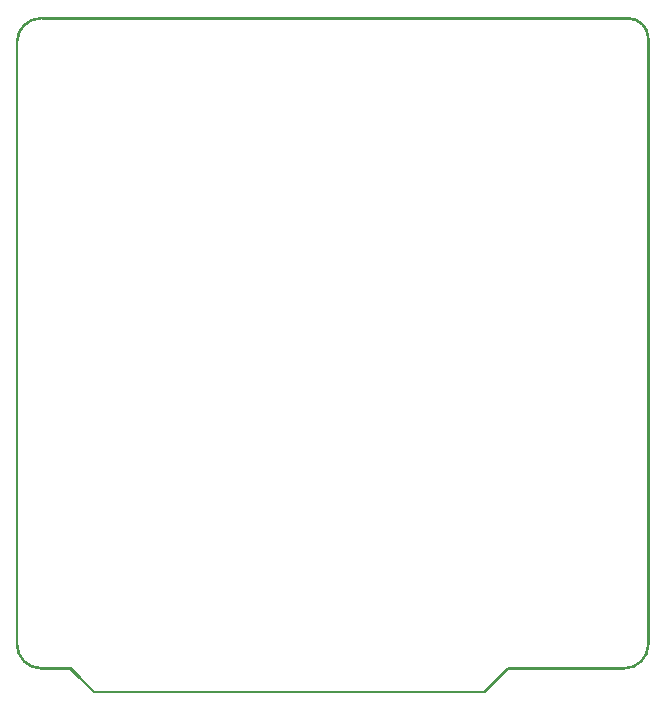
<source format=gko>
G04*
G04 #@! TF.GenerationSoftware,Altium Limited,Altium Designer,24.3.1 (35)*
G04*
G04 Layer_Color=16711935*
%FSLAX25Y25*%
%MOIN*%
G70*
G04*
G04 #@! TF.SameCoordinates,DE864B26-D939-457F-A8F5-E13979E0EDEB*
G04*
G04*
G04 #@! TF.FilePolarity,Positive*
G04*
G01*
G75*
%ADD11C,0.00500*%
D11*
X-200166Y-90074D02*
G03*
X-192292Y-97948I7874J0D01*
G01*
X-200418Y-90074D02*
G03*
X-192292Y-98200I8125J0D01*
G01*
X2156Y-97980D02*
G03*
X10031Y-90106I0J7874D01*
G01*
X-192292Y118477D02*
G03*
X-200166Y110603I0J-7874D01*
G01*
X10030Y111801D02*
G03*
X3370Y118462I-6661J0D01*
G01*
X-200414Y110837D02*
G03*
X-200418Y110796I248J-41D01*
G01*
X-192292Y118728D02*
G03*
X-200414Y110837I0J-8125D01*
G01*
X-192248Y118724D02*
G03*
X-192292Y118728I-44J-248D01*
G01*
X3156Y118713D02*
G03*
X3082Y118724I-75J-240D01*
G01*
X10282Y111801D02*
G03*
X3370Y118713I-6912J0D01*
G01*
X2156Y-98231D02*
G03*
X10282Y-90106I0J8125D01*
G01*
X2153Y-98231D02*
G03*
X2156Y-98231I3J252D01*
G01*
X-44595Y-106105D02*
G03*
X-44418Y-106032I0J252D01*
G01*
X-174695D02*
G03*
X-174517Y-106105I178J178D01*
G01*
X-192292Y-97948D02*
X-182422D01*
X-200414Y-90071D02*
X-200414Y110837D01*
X-192292Y-98200D02*
X-182526D01*
X-174517Y-105854D02*
X-44595D01*
X-36721Y-97980D01*
Y-97980D01*
X2156D01*
X-182422Y-97948D02*
X-174517Y-105854D01*
X-200166Y-90322D02*
X-200166Y110796D01*
X-191489Y118473D02*
X4082D01*
X10030Y111801D02*
X10031Y-90106D01*
X2512Y118462D02*
X3370D01*
X-192248Y118724D02*
X3082D01*
X3156Y118713D02*
X3370D01*
X10282Y111801D02*
X10282Y-90106D01*
X-36617Y-98231D02*
X2153D01*
X-44418Y-106032D02*
X-36617Y-98231D01*
X-174517Y-106105D02*
X-44595D01*
X-182526Y-98200D02*
X-174695Y-106032D01*
M02*

</source>
